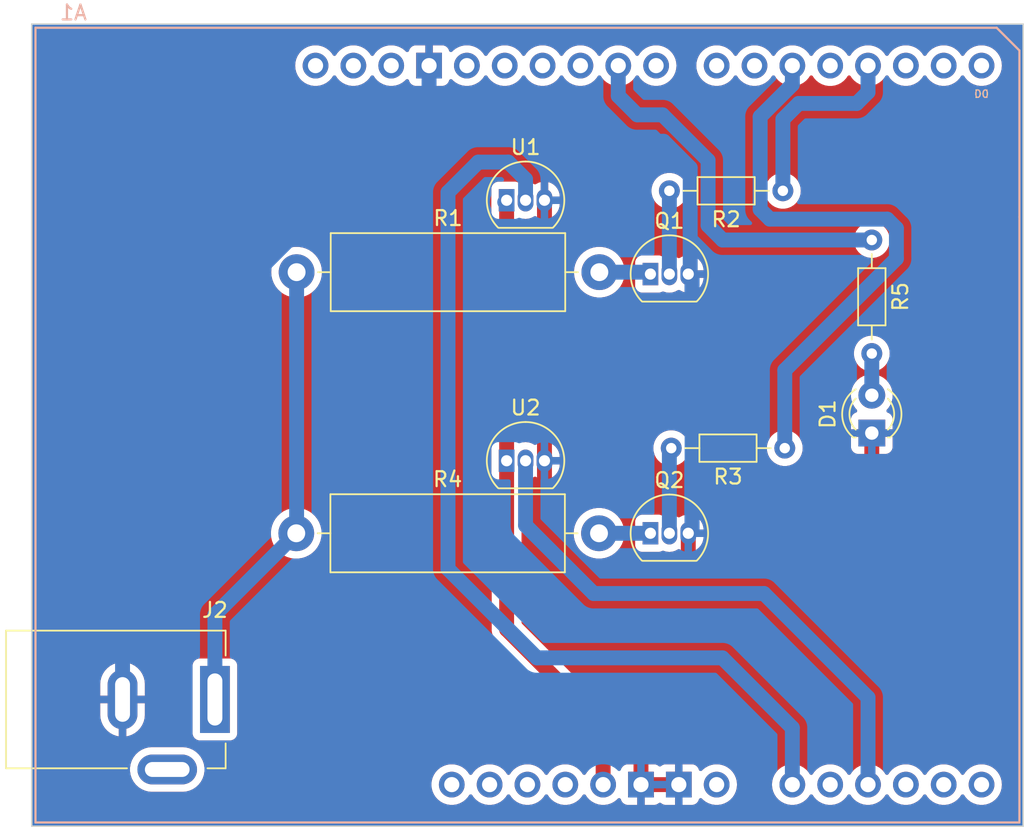
<source format=kicad_pcb>
(kicad_pcb (version 20221018) (generator pcbnew)
  (title_block (title "Temperature Control LAB - Alternative") (date "2023-09-11") (company "RTEK1000"))
  (layers (0 "F.Cu" signal) (31 "B.Cu" signal) (34 "B.Paste" user) (35 "F.Paste" user) (36 "B.SilkS" user "B.Silkscreen") (37 "F.SilkS" user "F.Silkscreen") (38 "B.Mask" user) (39 "F.Mask" user) (44 "Edge.Cuts" user))
  (net 0 "")
  (net 2 "A0")
  (net 4 "A2")
  (net 13 "D3")
  (net 15 "D5")
  (net 19 "D9")
  (net 29 "GND")
  (net 30 "Net-(D1-A)")
  (net 31 "+9V")
  (net 32 "Net-(Q1-C)")
  (net 33 "Net-(Q1-B)")
  (net 34 "Net-(Q2-C)")
  (net 35 "Net-(Q2-B)")
  (net 36 "+5V")
  (footprint "Resistor_THT:R_Axial_DIN0204_L3.6mm_D1.6mm_P7.62mm_Horizontal" (layer "F.Cu") (at 168.656 89.302 180)
    (fp_text reference "R2" (at 3.81 -1.92) (layer "F.SilkS"))
    (fp_text value "470R")
    (fp_line (start 0.94 0) (end 1.89 0) (stroke (width 0.12)) (layer "F.SilkS"))
    (fp_line (start 1.89 -0.92) (end 1.89 0.92) (stroke (width 0.12)) (layer "F.SilkS"))
    (fp_line (start 1.89 0.92) (end 5.73 0.92) (stroke (width 0.12)) (layer "F.SilkS"))
    (fp_line (start 5.73 -0.92) (end 1.89 -0.92) (stroke (width 0.12)) (layer "F.SilkS"))
    (fp_line (start 5.73 0.92) (end 5.73 -0.92) (stroke (width 0.12)) (layer "F.SilkS"))
    (fp_line (start 6.68 0) (end 5.73 0) (stroke (width 0.12)) (layer "F.SilkS"))
    (pad "1" thru_hole circle (at 0 0 180) (size 1.4 1.4) (drill 0.7) (layers "*.Cu" "*.Mask") (net 13 "D3"))
    (pad "2" thru_hole oval (at 7.62 0 180) (size 1.4 1.4) (drill 0.7) (layers "*.Cu" "*.Mask") (net 33 "Net-(Q1-B)"))
  )
  (footprint "Arduino_Shield:Arduino_101_Shield_Clean" (layer "F.Cu") (at 118.491 131.699)
    (fp_text reference "A1" (at 2.54 -54.356) (layer "B.SilkS") (effects (justify mirror)))
    (fp_text value "Arduino_101_Shield")
    (fp_text user "D0" (at 63.5 -48.895 unlocked) (layer "B.SilkS") (effects (font (size 0.5 0.5) (thickness 0.075)) (justify mirror)))
    (fp_text user "D0" (at 63.5 -48.895 unlocked) (layer "F.SilkS") (effects (font (size 0.5 0.5) (thickness 0.075))))
    (fp_line (start 0 -53.34) (end 0 0) (stroke (width 0.15)) (layer "B.SilkS"))
    (fp_line (start 0 -53.34) (end 64.516 -53.34) (stroke (width 0.15)) (layer "B.SilkS"))
    (fp_line (start 0 0) (end 66.04 0) (stroke (width 0.15)) (layer "B.SilkS"))
    (fp_line (start 64.516 -53.34) (end 66.04 -51.816) (stroke (width 0.15)) (layer "B.SilkS"))
    (fp_line (start 66.04 -40.64) (end 66.04 -51.816) (stroke (width 0.15)) (layer "B.SilkS"))
    (fp_line (start 66.04 0) (end 66.04 -40.64) (stroke (width 0.15)) (layer "B.SilkS"))
    (pad "3V3" thru_hole oval (at 35.56 -2.54) (size 1.7272 1.7272) (drill 1.016) (layers "*.Cu" "*.Mask"))
    (pad "5V1" thru_hole oval (at 38.1 -2.54) (size 1.7272 1.7272) (drill 1.016) (layers "*.Cu" "*.Mask") (net 36 "+5V"))
    (pad "A0" thru_hole oval (at 50.8 -2.54) (size 1.7272 1.7272) (drill 1.016) (layers "*.Cu" "*.Mask") (net 2 "A0"))
    (pad "A1" thru_hole oval (at 53.34 -2.54) (size 1.7272 1.7272) (drill 1.016) (layers "*.Cu" "*.Mask"))
    (pad "A2" thru_hole oval (at 55.88 -2.54) (size 1.7272 1.7272) (drill 1.016) (layers "*.Cu" "*.Mask") (net 4 "A2"))
    (pad "A3" thru_hole oval (at 58.42 -2.54) (size 1.7272 1.7272) (drill 1.016) (layers "*.Cu" "*.Mask"))
    (pad "A4" thru_hole oval (at 60.96 -2.54) (size 1.7272 1.7272) (drill 1.016) (layers "*.Cu" "*.Mask"))
    (pad "A5" thru_hole oval (at 63.5 -2.54) (size 1.7272 1.7272) (drill 1.016) (layers "*.Cu" "*.Mask"))
    (pad "AREF" thru_hole oval (at 23.876 -50.8) (size 1.7272 1.7272) (drill 1.016) (layers "*.Cu" "*.Mask"))
    (pad "ATN" thru_hole oval (at 27.94 -2.54) (size 1.7272 1.7272) (drill 1.016) (layers "*.Cu" "*.Mask"))
    (pad "D0" thru_hole oval (at 63.5 -50.8) (size 1.7272 1.7272) (drill 1.016) (layers "*.Cu" "*.Mask"))
    (pad "D1" thru_hole oval (at 60.96 -50.8) (size 1.7272 1.7272) (drill 1.016) (layers "*.Cu" "*.Mask"))
    (pad "D2" thru_hole oval (at 58.42 -50.8) (size 1.7272 1.7272) (drill 1.016) (layers "*.Cu" "*.Mask"))
    (pad "D3" thru_hole oval (at 55.88 -50.8) (size 1.7272 1.7272) (drill 1.016) (layers "*.Cu" "*.Mask") (net 13 "D3"))
    (pad "D4" thru_hole oval (at 53.34 -50.8) (size 1.7272 1.7272) (drill 1.016) (layers "*.Cu" "*.Mask"))
    (pad "D5" thru_hole oval (at 50.8 -50.8) (size 1.7272 1.7272) (drill 1.016) (layers "*.Cu" "*.Mask") (net 15 "D5"))
    (pad "D6" thru_hole oval (at 48.26 -50.8) (size 1.7272 1.7272) (drill 1.016) (layers "*.Cu" "*.Mask"))
    (pad "D7" thru_hole oval (at 45.72 -50.8) (size 1.7272 1.7272) (drill 1.016) (layers "*.Cu" "*.Mask"))
    (pad "D8" thru_hole oval (at 41.656 -50.8) (size 1.7272 1.7272) (drill 1.016) (layers "*.Cu" "*.Mask"))
    (pad "D9" thru_hole oval (at 39.116 -50.8) (size 1.7272 1.7272) (drill 1.016) (layers "*.Cu" "*.Mask") (net 19 "D9"))
    (pad "D10" thru_hole oval (at 36.576 -50.8) (size 1.7272 1.7272) (drill 1.016) (layers "*.Cu" "*.Mask"))
    (pad "D11" thru_hole oval (at 34.036 -50.8) (size 1.7272 1.7272) (drill 1.016) (layers "*.Cu" "*.Mask"))
    (pad "D12" thru_hole oval (at 31.496 -50.8) (size 1.7272 1.7272) (drill 1.016) (layers "*.Cu" "*.Mask"))
    (pad "D13" thru_hole oval (at 28.956 -50.8) (size 1.7272 1.7272) (drill 1.016) (layers "*.Cu" "*.Mask"))
    (pad "GND1" thru_hole rect (at 26.416 -50.8) (size 1.7272 1.7272) (drill 1.016) (layers "*.Cu" "*.Mask") (net 29 "GND"))
    (pad "GND2" thru_hole rect (at 40.64 -2.54) (size 1.7272 1.7272) (drill 1.016) (layers "*.Cu" "*.Mask") (net 29 "GND"))
    (pad "GND3" thru_hole rect (at 43.18 -2.54) (size 1.7272 1.7272) (drill 1.016) (layers "*.Cu" "*.Mask") (net 29 "GND"))
    (pad "IORF" thru_hole oval (at 30.48 -2.54) (size 1.7272 1.7272) (drill 1.016) (layers "*.Cu" "*.Mask"))
    (pad "RST1" thru_hole oval (at 33.02 -2.54) (size 1.7272 1.7272) (drill 1.016) (layers "*.Cu" "*.Mask"))
    (pad "SCL" thru_hole oval (at 18.796 -50.8) (size 1.7272 1.7272) (drill 1.016) (layers "*.Cu" "*.Mask"))
    (pad "SDA" thru_hole oval (at 21.336 -50.8) (size 1.7272 1.7272) (drill 1.016) (layers "*.Cu" "*.Mask"))
    (pad "VIN" thru_hole oval (at 45.72 -2.54) (size 1.7272 1.7272) (drill 1.016) (layers "*.Cu" "*.Mask"))
  )
  (footprint "Resistor_THT:R_Axial_DIN0516_L15.5mm_D5.0mm_P20.32mm_Horizontal" (layer "F.Cu") (at 135.994 112.289)
    (fp_text reference "R4" (at 10.16 -3.62) (layer "F.SilkS"))
    (fp_text value "27R")
    (fp_line (start 1.44 0) (end 2.29 0) (stroke (width 0.12)) (layer "F.SilkS"))
    (fp_line (start 2.29 -2.62) (end 2.29 2.62) (stroke (width 0.12)) (layer "F.SilkS"))
    (fp_line (start 2.29 2.62) (end 18.03 2.62) (stroke (width 0.12)) (layer "F.SilkS"))
    (fp_line (start 18.03 -2.62) (end 2.29 -2.62) (stroke (width 0.12)) (layer "F.SilkS"))
    (fp_line (start 18.03 2.62) (end 18.03 -2.62) (stroke (width 0.12)) (layer "F.SilkS"))
    (fp_line (start 18.88 0) (end 18.03 0) (stroke (width 0.12)) (layer "F.SilkS"))
    (pad "1" thru_hole circle (at 0 0) (size 2.4 2.4) (drill 1.2) (layers "*.Cu" "*.Mask") (net 31 "+9V"))
    (pad "2" thru_hole oval (at 20.32 0) (size 2.4 2.4) (drill 1.2) (layers "*.Cu" "*.Mask") (net 34 "Net-(Q2-C)"))
  )
  (footprint "Package_TO_SOT_THT:TO-92_Inline" (layer "F.Cu") (at 159.766 94.89)
    (fp_text reference "Q1" (at 1.27 -3.56) (layer "F.SilkS"))
    (fp_text value "BC338")
    (fp_line (start -0.53 1.85) (end 3.07 1.85) (stroke (width 0.12)) (layer "F.SilkS"))
    (fp_arc (start -0.568478 1.838478) (mid -1.132087 -0.994977) (end 1.27 -2.6) (stroke (width 0.12)) (layer "F.SilkS"))
    (fp_arc (start 1.27 -2.6) (mid 3.672087 -0.994977) (end 3.108478 1.838478) (stroke (width 0.12)) (layer "F.SilkS"))
    (pad "1" thru_hole rect (at 0 0) (size 1.05 1.5) (drill 0.75) (layers "*.Cu" "*.Mask") (net 32 "Net-(Q1-C)"))
    (pad "2" thru_hole oval (at 1.27 0) (size 1.05 1.5) (drill 0.75) (layers "*.Cu" "*.Mask") (net 33 "Net-(Q1-B)"))
    (pad "3" thru_hole oval (at 2.54 0) (size 1.05 1.5) (drill 0.75) (layers "*.Cu" "*.Mask") (net 29 "GND"))
  )
  (footprint "Resistor_THT:R_Axial_DIN0516_L15.5mm_D5.0mm_P20.32mm_Horizontal" (layer "F.Cu") (at 136.017 94.763)
    (fp_text reference "R1" (at 10.16 -3.62) (layer "F.SilkS"))
    (fp_text value "27R")
    (fp_line (start 1.44 0) (end 2.29 0) (stroke (width 0.12)) (layer "F.SilkS"))
    (fp_line (start 2.29 -2.62) (end 2.29 2.62) (stroke (width 0.12)) (layer "F.SilkS"))
    (fp_line (start 2.29 2.62) (end 18.03 2.62) (stroke (width 0.12)) (layer "F.SilkS"))
    (fp_line (start 18.03 -2.62) (end 2.29 -2.62) (stroke (width 0.12)) (layer "F.SilkS"))
    (fp_line (start 18.03 2.62) (end 18.03 -2.62) (stroke (width 0.12)) (layer "F.SilkS"))
    (fp_line (start 18.88 0) (end 18.03 0) (stroke (width 0.12)) (layer "F.SilkS"))
    (pad "1" thru_hole circle (at 0 0) (size 2.4 2.4) (drill 1.2) (layers "*.Cu" "*.Mask") (net 31 "+9V"))
    (pad "2" thru_hole oval (at 20.32 0) (size 2.4 2.4) (drill 1.2) (layers "*.Cu" "*.Mask") (net 32 "Net-(Q1-C)"))
  )
  (footprint "Resistor_THT:R_Axial_DIN0204_L3.6mm_D1.6mm_P7.62mm_Horizontal" (layer "F.Cu") (at 174.625 92.604 -90)
    (fp_text reference "R5" (at 3.81 -1.92 90) (layer "F.SilkS"))
    (fp_text value "1k")
    (fp_line (start 0.94 0) (end 1.89 0) (stroke (width 0.12)) (layer "F.SilkS"))
    (fp_line (start 1.89 -0.92) (end 1.89 0.92) (stroke (width 0.12)) (layer "F.SilkS"))
    (fp_line (start 1.89 0.92) (end 5.73 0.92) (stroke (width 0.12)) (layer "F.SilkS"))
    (fp_line (start 5.73 -0.92) (end 1.89 -0.92) (stroke (width 0.12)) (layer "F.SilkS"))
    (fp_line (start 5.73 0.92) (end 5.73 -0.92) (stroke (width 0.12)) (layer "F.SilkS"))
    (fp_line (start 6.68 0) (end 5.73 0) (stroke (width 0.12)) (layer "F.SilkS"))
    (pad "1" thru_hole circle (at 0 0 270) (size 1.4 1.4) (drill 0.7) (layers "*.Cu" "*.Mask") (net 19 "D9"))
    (pad "2" thru_hole oval (at 7.62 0 270) (size 1.4 1.4) (drill 0.7) (layers "*.Cu" "*.Mask") (net 30 "Net-(D1-A)"))
  )
  (footprint "Package_TO_SOT_THT:TO-92_Inline" (layer "F.Cu") (at 159.766 112.289)
    (fp_text reference "Q2" (at 1.27 -3.56) (layer "F.SilkS"))
    (fp_text value "BC338")
    (fp_line (start -0.53 1.85) (end 3.07 1.85) (stroke (width 0.12)) (layer "F.SilkS"))
    (fp_arc (start -0.568478 1.838478) (mid -1.132087 -0.994977) (end 1.27 -2.6) (stroke (width 0.12)) (layer "F.SilkS"))
    (fp_arc (start 1.27 -2.6) (mid 3.672087 -0.994977) (end 3.108478 1.838478) (stroke (width 0.12)) (layer "F.SilkS"))
    (pad "1" thru_hole rect (at 0 0) (size 1.05 1.5) (drill 0.75) (layers "*.Cu" "*.Mask") (net 34 "Net-(Q2-C)"))
    (pad "2" thru_hole oval (at 1.27 0) (size 1.05 1.5) (drill 0.75) (layers "*.Cu" "*.Mask") (net 35 "Net-(Q2-B)"))
    (pad "3" thru_hole oval (at 2.54 0) (size 1.05 1.5) (drill 0.75) (layers "*.Cu" "*.Mask") (net 29 "GND"))
  )
  (footprint "Package_TO_SOT_THT:TO-92_Inline" (layer "F.Cu") (at 150.114 107.421)
    (fp_text reference "U2" (at 1.27 -3.56) (layer "F.SilkS"))
    (fp_text value "LM35")
    (fp_line (start -0.53 1.85) (end 3.07 1.85) (stroke (width 0.12)) (layer "F.SilkS"))
    (fp_arc (start -0.568478 1.838478) (mid -1.132087 -0.994977) (end 1.27 -2.6) (stroke (width 0.12)) (layer "F.SilkS"))
    (fp_arc (start 1.27 -2.6) (mid 3.672087 -0.994977) (end 3.108478 1.838478) (stroke (width 0.12)) (layer "F.SilkS"))
    (pad "1" thru_hole rect (at 0 0) (size 1.05 1.5) (drill 0.75) (layers "*.Cu" "*.Mask") (net 36 "+5V"))
    (pad "2" thru_hole oval (at 1.27 0) (size 1.05 1.5) (drill 0.75) (layers "*.Cu" "*.Mask") (net 4 "A2"))
    (pad "3" thru_hole oval (at 2.54 0) (size 1.05 1.5) (drill 0.75) (layers "*.Cu" "*.Mask") (net 29 "GND"))
  )
  (footprint "Package_TO_SOT_THT:TO-92_Inline" (layer "F.Cu") (at 150.114 89.937)
    (fp_text reference "U1" (at 1.27 -3.56) (layer "F.SilkS"))
    (fp_text value "LM35")
    (fp_line (start -0.53 1.85) (end 3.07 1.85) (stroke (width 0.12)) (layer "F.SilkS"))
    (fp_arc (start -0.568478 1.838478) (mid -1.132087 -0.994977) (end 1.27 -2.6) (stroke (width 0.12)) (layer "F.SilkS"))
    (fp_arc (start 1.27 -2.6) (mid 3.672087 -0.994977) (end 3.108478 1.838478) (stroke (width 0.12)) (layer "F.SilkS"))
    (pad "1" thru_hole rect (at 0 0) (size 1.05 1.5) (drill 0.75) (layers "*.Cu" "*.Mask") (net 36 "+5V"))
    (pad "2" thru_hole oval (at 1.27 0) (size 1.05 1.5) (drill 0.75) (layers "*.Cu" "*.Mask") (net 2 "A0"))
    (pad "3" thru_hole oval (at 2.54 0) (size 1.05 1.5) (drill 0.75) (layers "*.Cu" "*.Mask") (net 29 "GND"))
  )
  (footprint "LED_THT:LED_D3.0mm" (layer "F.Cu") (at 174.625 105.563 90)
    (fp_text reference "D1" (at 1.27 -2.96 90) (layer "F.SilkS"))
    (fp_text value "POWER")
    (fp_line (start -0.29 -1.236) (end -0.29 -1.08) (stroke (width 0.12)) (layer "F.SilkS"))
    (fp_line (start -0.29 1.08) (end -0.29 1.236) (stroke (width 0.12)) (layer "F.SilkS"))
    (fp_arc (start -0.29 -1.235516) (mid 1.366487 -1.987659) (end 2.942335 -1.078608) (stroke (width 0.12)) (layer "F.SilkS"))
    (fp_arc (start 0.229039 -1.08) (mid 1.270117 -1.5) (end 2.31113 -1.079837) (stroke (width 0.12)) (layer "F.SilkS"))
    (fp_arc (start 2.31113 1.079837) (mid 1.270117 1.5) (end 0.229039 1.08) (stroke (width 0.12)) (layer "F.SilkS"))
    (fp_arc (start 2.942335 1.078608) (mid 1.366487 1.987659) (end -0.29 1.235516) (stroke (width 0.12)) (layer "F.SilkS"))
    (pad "1" thru_hole rect (at 0 0 90) (size 1.8 1.8) (drill 0.9) (layers "*.Cu" "*.Mask") (net 29 "GND"))
    (pad "2" thru_hole circle (at 2.54 0 90) (size 1.8 1.8) (drill 0.9) (layers "*.Cu" "*.Mask") (net 30 "Net-(D1-A)"))
  )
  (footprint "Resistor_THT:R_Axial_DIN0204_L3.6mm_D1.6mm_P7.62mm_Horizontal" (layer "F.Cu") (at 168.783 106.574 180)
    (fp_text reference "R3" (at 3.81 -1.92) (layer "F.SilkS"))
    (fp_text value "470R")
    (fp_line (start 0.94 0) (end 1.89 0) (stroke (width 0.12)) (layer "F.SilkS"))
    (fp_line (start 1.89 -0.92) (end 1.89 0.92) (stroke (width 0.12)) (layer "F.SilkS"))
    (fp_line (start 1.89 0.92) (end 5.73 0.92) (stroke (width 0.12)) (layer "F.SilkS"))
    (fp_line (start 5.73 -0.92) (end 1.89 -0.92) (stroke (width 0.12)) (layer "F.SilkS"))
    (fp_line (start 5.73 0.92) (end 5.73 -0.92) (stroke (width 0.12)) (layer "F.SilkS"))
    (fp_line (start 6.68 0) (end 5.73 0) (stroke (width 0.12)) (layer "F.SilkS"))
    (pad "1" thru_hole circle (at 0 0 180) (size 1.4 1.4) (drill 0.7) (layers "*.Cu" "*.Mask") (net 15 "D5"))
    (pad "2" thru_hole oval (at 7.62 0 180) (size 1.4 1.4) (drill 0.7) (layers "*.Cu" "*.Mask") (net 35 "Net-(Q2-B)"))
  )
  (footprint "Connector_BarrelJack:BarrelJack_Kycon_KLDX-0202-xC_Horizontal" (layer "F.Cu") (at 130.533 123.444)
    (fp_text reference "J2" (at 0 -6 unlocked) (layer "F.SilkS"))
    (fp_text value "Conn_01x03")
    (fp_line (start -14.02 -4.62) (end -14.02 4.62) (stroke (width 0.12)) (layer "F.SilkS"))
    (fp_line (start -14.02 4.62) (end -5.9 4.62) (stroke (width 0.12)) (layer "F.SilkS"))
    (fp_line (start -0.5 4.62) (end 0.72 4.62) (stroke (width 0.12)) (layer "F.SilkS"))
    (fp_line (start 0.72 -4.62) (end -14.02 -4.62) (stroke (width 0.12)) (layer "F.SilkS"))
    (fp_line (start 0.72 -2.95) (end 0.72 -4.62) (stroke (width 0.12)) (layer "F.SilkS"))
    (fp_line (start 0.72 4.62) (end 0.72 2.95) (stroke (width 0.12)) (layer "F.SilkS"))
    (pad "1" thru_hole rect (at 0 0) (size 2 4.5) (drill oval 1 3.5) (layers "*.Cu" "*.Mask") (net 31 "+9V"))
    (pad "2" thru_hole oval (at -6.2 0) (size 2 4) (drill oval 1 3) (layers "*.Cu" "*.Mask") (net 29 "GND"))
    (pad "3" thru_hole oval (at -3.2 4.7 90) (size 2 4) (drill oval 1 3) (layers "*.Cu" "*.Mask"))
  )
  (gr_rect (start 118.237 78.105) (end 184.785 131.953) (stroke (width 0.1)) (fill none) (layer "Edge.Cuts"))
  (segment (start 164.592 120.65) (end 169.291 125.349) (width 1) (layer "B.Cu") (net 2))
  (segment (start 169.291 125.349) (end 169.291 129.159) (width 1) (layer "B.Cu") (net 2))
  (segment (start 151.384 88.532) (end 150.228 87.376) (width 1) (layer "B.Cu") (net 2))
  (segment (start 148.209 87.376) (end 146.177 89.408) (width 1) (layer "B.Cu") (net 2))
  (segment (start 152.146 120.65) (end 164.592 120.65) (width 1) (layer "B.Cu") (net 2))
  (segment (start 151.384 89.937) (end 151.384 88.532) (width 1) (layer "B.Cu") (net 2))
  (segment (start 146.177 114.681) (end 152.146 120.65) (width 1) (layer "B.Cu") (net 2))
  (segment (start 146.177 89.408) (end 146.177 114.681) (width 1) (layer "B.Cu") (net 2))
  (segment (start 150.228 87.376) (end 148.209 87.376) (width 1) (layer "B.Cu") (net 2))
  (segment (start 174.371 123.317) (end 174.371 129.159) (width 1) (layer "B.Cu") (net 4))
  (segment (start 151.384 111.76) (end 155.956 116.332) (width 1) (layer "B.Cu") (net 4))
  (segment (start 155.956 116.332) (end 167.386 116.332) (width 1) (layer "B.Cu") (net 4))
  (segment (start 167.386 116.332) (end 174.371 123.317) (width 1) (layer "B.Cu") (net 4))
  (segment (start 151.384 107.421) (end 151.384 111.76) (width 1) (layer "B.Cu") (net 4))
  (segment (start 169.718056 83.439) (end 173.609 83.439) (width 1) (layer "B.Cu") (net 13))
  (segment (start 173.609 83.439) (end 174.371 82.677) (width 1) (layer "B.Cu") (net 13))
  (segment (start 168.656 84.501056) (end 169.718056 83.439) (width 1) (layer "B.Cu") (net 13))
  (segment (start 168.656 89.302) (end 168.656 84.501056) (width 1) (layer "B.Cu") (net 13))
  (segment (start 174.371 82.677) (end 174.371 80.899) (width 1) (layer "B.Cu") (net 13))
  (segment (start 167.785 91.204) (end 167.132 90.551) (width 1) (layer "B.Cu") (net 15))
  (segment (start 175.659 91.204) (end 167.785 91.204) (width 1) (layer "B.Cu") (net 15))
  (segment (start 176.276 91.821) (end 175.659 91.204) (width 1) (layer "B.Cu") (net 15))
  (segment (start 168.783 106.574) (end 168.783 101.346) (width 1) (layer "B.Cu") (net 15))
  (segment (start 176.276 93.853) (end 176.276 91.821) (width 1) (layer "B.Cu") (net 15))
  (segment (start 167.132 84.328) (end 169.291 82.169) (width 1) (layer "B.Cu") (net 15))
  (segment (start 169.291 82.169) (end 169.291 80.899) (width 1) (layer "B.Cu") (net 15))
  (segment (start 167.132 90.551) (end 167.132 84.328) (width 1) (layer "B.Cu") (net 15))
  (segment (start 168.783 101.346) (end 176.276 93.853) (width 1) (layer "B.Cu") (net 15))
  (segment (start 158.877 84.201) (end 160.574056 84.201) (width 1) (layer "B.Cu") (net 19))
  (segment (start 157.607 80.899) (end 157.607 82.931) (width 1) (layer "B.Cu") (net 19))
  (segment (start 163.636 87.262944) (end 163.636 91.627) (width 1) (layer "B.Cu") (net 19))
  (segment (start 164.613 92.604) (end 174.625 92.604) (width 1) (layer "B.Cu") (net 19))
  (segment (start 160.574056 84.201) (end 163.636 87.262944) (width 1) (layer "B.Cu") (net 19))
  (segment (start 163.636 91.627) (end 164.613 92.604) (width 1) (layer "B.Cu") (net 19))
  (segment (start 157.607 82.931) (end 158.877 84.201) (width 1) (layer "B.Cu") (net 19))
  (segment (start 152.654 89.937) (end 152.654 107.421) (width 1) (layer "F.Cu") (net 29))
  (segment (start 174.625 107.95) (end 174.625 105.563) (width 1) (layer "F.Cu") (net 29))
  (segment (start 162.306 116.205) (end 162.306 112.289) (width 1) (layer "F.Cu") (net 29))
  (segment (start 152.654 116.967) (end 159.131 123.444) (width 1) (layer "F.Cu") (net 29))
  (segment (start 159.131 129.159) (end 161.671 129.159) (width 1) (layer "F.Cu") (net 29))
  (segment (start 159.131 119.38) (end 162.306 116.205) (width 1) (layer "F.Cu") (net 29))
  (segment (start 159.131 123.444) (end 159.131 119.38) (width 1) (layer "F.Cu") (net 29))
  (segment (start 159.131 123.444) (end 159.131 129.159) (width 1) (layer "F.Cu") (net 29))
  (segment (start 152.654 107.421) (end 152.654 116.967) (width 1) (layer "F.Cu") (net 29))
  (segment (start 159.131 123.444) (end 174.625 107.95) (width 1) (layer "F.Cu") (net 29))
  (segment (start 162.436 94.76) (end 162.436 87.76) (width 1) (layer "B.Cu") (net 29))
  (segment (start 124.333 103.759994) (end 144.145994 83.947) (width 1) (layer "B.Cu") (net 29))
  (segment (start 150.622 83.947) (end 152.654 85.979) (width 1) (layer "B.Cu") (net 29))
  (segment (start 152.654 85.979) (end 160.655 85.979) (width 1) (layer "B.Cu") (net 29))
  (segment (start 124.333 123.444) (end 124.333 103.759994) (width 1) (layer "B.Cu") (net 29))
  (segment (start 162.563 95.147) (end 162.306 94.89) (width 1) (layer "B.Cu") (net 29))
  (segment (start 144.907 80.899) (end 144.907 83.185994) (width 1) (layer "B.Cu") (net 29))
  (segment (start 162.563 112.032) (end 162.563 95.147) (width 1) (layer "B.Cu") (net 29))
  (segment (start 162.436 87.76) (end 160.655 85.979) (width 1) (layer "B.Cu") (net 29))
  (segment (start 162.306 112.289) (end 162.563 112.032) (width 1) (layer "B.Cu") (net 29))
  (segment (start 144.907 83.185994) (end 144.145994 83.947) (width 1) (layer "B.Cu") (net 29))
  (segment (start 144.145994 83.947) (end 150.622 83.947) (width 1) (layer "B.Cu") (net 29))
  (segment (start 162.306 94.89) (end 162.436 94.76) (width 1) (layer "B.Cu") (net 29))
  (segment (start 174.625 100.224) (end 174.625 103.023) (width 1) (layer "B.Cu") (net 30))
  (segment (start 136.017 112.266) (end 135.994 112.289) (width 1) (layer "B.Cu") (net 31))
  (segment (start 136.017 94.763) (end 136.017 112.266) (width 1) (layer "B.Cu") (net 31))
  (segment (start 130.533 117.75) (end 135.994 112.289) (width 1) (layer "B.Cu") (net 31))
  (segment (start 130.533 123.444) (end 130.533 117.75) (width 1) (layer "B.Cu") (net 31))
  (segment (start 156.337 94.763) (end 159.639 94.763) (width 1) (layer "B.Cu") (net 32))
  (segment (start 159.639 94.763) (end 159.766 94.89) (width 1) (layer "B.Cu") (net 32))
  (segment (start 161.036 89.302) (end 161.036 94.89) (width 1) (layer "B.Cu") (net 33))
  (segment (start 156.314 112.289) (end 159.766 112.289) (width 1) (layer "B.Cu") (net 34))
  (segment (start 161.163 106.574) (end 161.036 106.701) (width 1) (layer "B.Cu") (net 35))
  (segment (start 161.036 106.701) (end 161.036 112.289) (width 1) (layer "B.Cu") (net 35))
  (segment (start 150.114 89.937) (end 150.114 107.421) (width 1) (layer "F.Cu") (net 36))
  (segment (start 150.114 107.421) (end 150.114 118.745) (width 1) (layer "F.Cu") (net 36))
  (segment (start 150.114 118.745) (end 156.591 125.222) (width 1) (layer "F.Cu") (net 36))
  (segment (start 156.591 125.222) (end 156.591 129.159) (width 1) (layer "F.Cu") (net 36))
  (segment (start 150.114 89.937) (end 149.987 90.064) (width 1) (layer "B.Cu") (net 36))
  (zone (net 29) (net_name "GND") (layers "F&B.Cu") (connect_pads (clearance 0.5)) (min_thickness 0.25) (fill yes (thermal_gap 0.5) (thermal_bridge_width 0.5))
    (polygon (pts (xy 118.237 131.953) (xy 118.237 78.105) (xy 184.785 78.105) (xy 184.785 131.953)))
  )
)
</source>
